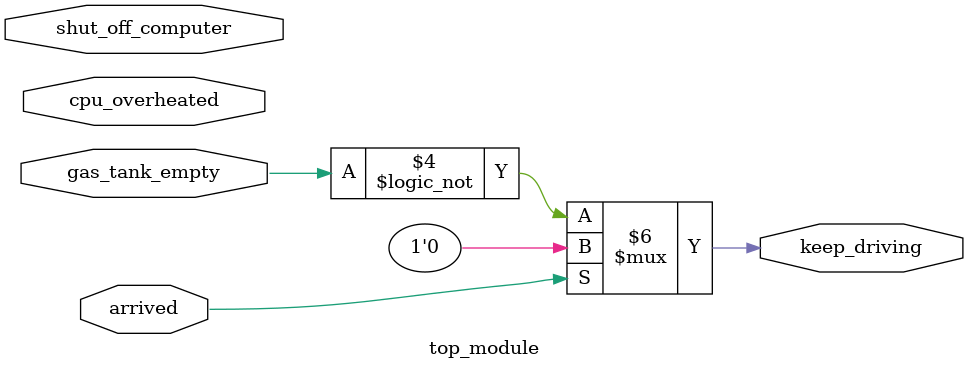
<source format=sv>
module top_module (
    input cpu_overheated,
    input arrived,
    input gas_tank_empty,
    input shut_off_computer,
    output reg keep_driving
);

    always @(*) begin
        if (cpu_overheated)
            shut_off_computer = 1;
        else
            shut_off_computer = 0;
    end

    always @(*) begin
        if (!arrived)
            keep_driving = !gas_tank_empty;
        else
            keep_driving = 0;
    end

endmodule

</source>
